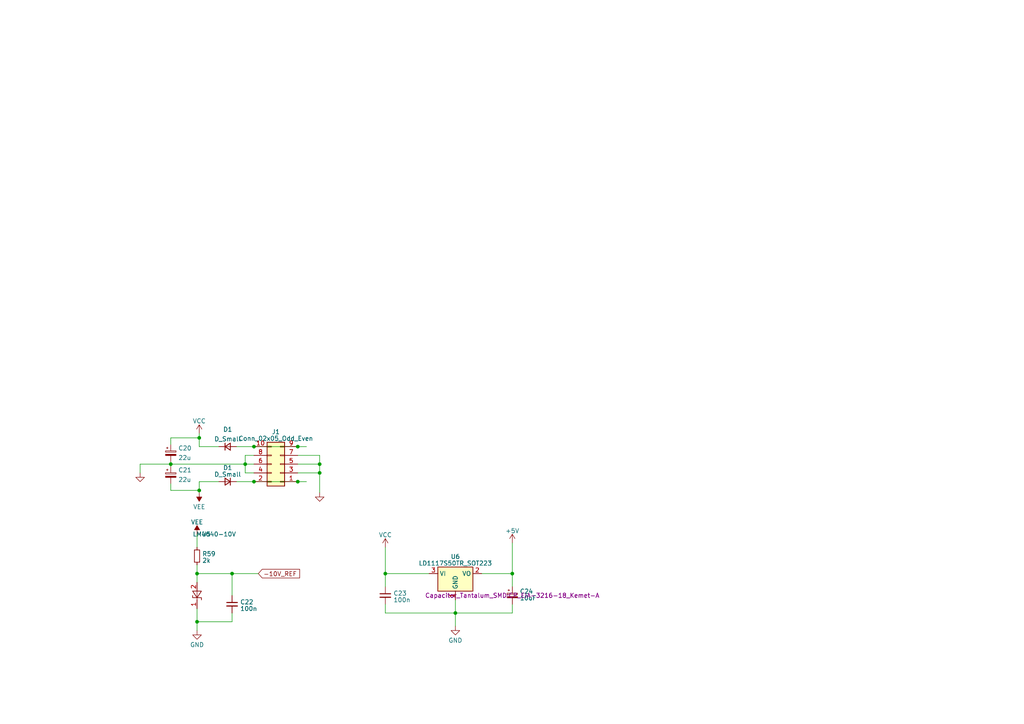
<source format=kicad_sch>
(kicad_sch (version 20230121) (generator eeschema)
  (paper "A4")
  (lib_symbols
    (symbol "Connector_Generic:Conn_02x05_Odd_Even" (pin_names (offset 1.016) hide)
      (property "Reference" "J" (at 1.27 7.62 0))
      (property "Value" "Conn_02x05_Odd_Even" (at 1.27 -7.62 0))
      (symbol "Conn_02x05_Odd_Even_1_1"
        (rectangle (start -1.27 -4.953) (end 0 -5.207) (stroke (width 0.1524)))
        (rectangle (start -1.27 -2.413) (end 0 -2.667) (stroke (width 0.1524)))
        (rectangle (start -1.27 0.127) (end 0 -0.127) (stroke (width 0.1524)))
        (rectangle (start -1.27 2.667) (end 0 2.413) (stroke (width 0.1524)))
        (rectangle (start -1.27 5.207) (end 0 4.953) (stroke (width 0.1524)))
        (rectangle (start -1.27 6.35) (end 3.81 -6.35) (stroke (width 0.254)) (fill (type background)))
        (rectangle (start 3.81 -4.953) (end 2.54 -5.207) (stroke (width 0.1524)))
        (rectangle (start 3.81 -2.413) (end 2.54 -2.667) (stroke (width 0.1524)))
        (rectangle (start 3.81 0.127) (end 2.54 -0.127) (stroke (width 0.1524)))
        (rectangle (start 3.81 2.667) (end 2.54 2.413) (stroke (width 0.1524)))
        (rectangle (start 3.81 5.207) (end 2.54 4.953) (stroke (width 0.1524)))
        (pin passive line (at -5.08 5.08 0) (length 3.81) (name "Pin_1") (number "1"))
        (pin passive line (at 7.62 -5.08 180) (length 3.81) (name "Pin_10") (number "10"))
        (pin passive line (at 7.62 5.08 180) (length 3.81) (name "Pin_2") (number "2"))
        (pin passive line (at -5.08 2.54 0) (length 3.81) (name "Pin_3") (number "3"))
        (pin passive line (at 7.62 2.54 180) (length 3.81) (name "Pin_4") (number "4"))
        (pin passive line (at -5.08 0 0) (length 3.81) (name "Pin_5") (number "5"))
        (pin passive line (at 7.62 0 180) (length 3.81) (name "Pin_6") (number "6"))
        (pin passive line (at -5.08 -2.54 0) (length 3.81) (name "Pin_7") (number "7"))
        (pin passive line (at 7.62 -2.54 180) (length 3.81) (name "Pin_8") (number "8"))
        (pin passive line (at -5.08 -5.08 0) (length 3.81) (name "Pin_9") (number "9"))
      )
    )
    (symbol "Device:C_Polarized_Small" (pin_numbers hide) (pin_names (offset 0.254) hide)
      (property "Reference" "C" (at 0.254 1.778 0))
      (property "Value" "C_Polarized_Small" (at 0.254 -2.032 0))
      (symbol "C_Polarized_Small_0_1"
        (rectangle (start -1.524 -0.3048) (end 1.524 -0.6858) (fill (type outline)))
        (rectangle (start -1.524 0.6858) (end 1.524 0.3048))
        (polyline (pts (xy -1.27 1.524) (xy -0.762 1.524)))
        (polyline (pts (xy -1.016 1.27) (xy -1.016 1.778)))
      )
      (symbol "C_Polarized_Small_1_1"
        (pin passive line (at 0 2.54 270) (length 1.8542) (name "~") (number "1"))
        (pin passive line (at 0 -2.54 90) (length 1.8542) (name "~") (number "2"))
      )
    )
    (symbol "Device:C_Small" (pin_numbers hide) (pin_names (offset 0.254) hide)
      (property "Reference" "C" (at 0.254 1.778 0))
      (property "Value" "C_Small" (at 0.254 -2.032 0))
      (symbol "C_Small_0_1"
        (polyline (pts (xy -1.524 -0.508) (xy 1.524 -0.508)) (stroke (width 0.3302)))
        (polyline (pts (xy -1.524 0.508) (xy 1.524 0.508)) (stroke (width 0.3048)))
      )
      (symbol "C_Small_1_1"
        (pin passive line (at 0 2.54 270) (length 2.032) (name "~") (number "1"))
        (pin passive line (at 0 -2.54 90) (length 2.032) (name "~") (number "2"))
      )
    )
    (symbol "Device:D_Small" (pin_numbers hide) (pin_names (offset 0.254) hide)
      (property "Reference" "D" (at -1.27 2.032 0))
      (property "Value" "D_Small" (at -3.81 -2.032 0))
      (symbol "D_Small_0_1"
        (polyline (pts (xy -0.762 -1.016) (xy -0.762 1.016)) (stroke (width 0.254)))
        (polyline (pts (xy -0.762 0) (xy 0.762 0)))
        (polyline (pts (xy 0.762 -1.016) (xy -0.762 0) (xy 0.762 1.016) (xy 0.762 -1.016)) (stroke (width 0.254)))
      )
      (symbol "D_Small_1_1"
        (pin passive line (at -2.54 0 0) (length 1.778) (name "K") (number "1"))
        (pin passive line (at 2.54 0 180) (length 1.778) (name "A") (number "2"))
      )
    )
    (symbol "Device:R_Small" (pin_numbers hide) (pin_names (offset 0.254) hide)
      (property "Reference" "R" (at 0.762 0.508 0))
      (property "Value" "R_Small" (at 0.762 -1.016 0))
      (symbol "R_Small_0_1"
        (rectangle (start -0.762 1.778) (end 0.762 -1.778) (stroke (width 0.2032)))
      )
      (symbol "R_Small_1_1"
        (pin passive line (at 0 2.54 270) (length 0.762) (name "~") (number "1"))
        (pin passive line (at 0 -2.54 90) (length 0.762) (name "~") (number "2"))
      )
    )
    (symbol "Reference_Voltage:LM4040DCK-2.0" (pin_names (offset 0.0254) hide)
      (property "Reference" "U5" (at -17.78 1.27 90))
      (property "Value" "LM4040-10V" (at -17.78 -1.27 90))
      (symbol "LM4040DCK-2.0_0_1"
        (polyline (pts (xy -1.27 0) (xy 0 0) (xy 1.27 0)))
        (polyline (pts (xy -1.27 -1.27) (xy 0.635 0) (xy -1.27 1.27) (xy -1.27 -1.27)) (stroke (width 0.2032)))
        (polyline (pts (xy 0 -1.27) (xy 0.635 -1.27) (xy 0.635 1.27) (xy 1.27 1.27)) (stroke (width 0.2032)))
      )
      (symbol "LM4040DCK-2.0_1_1"
        (pin passive line (at 3.81 0 180) (length 2.54) (name "K") (number "1"))
        (pin passive line (at -3.81 0 0) (length 2.54) (name "A") (number "2"))
      )
    )
    (symbol "Regulator_Linear:LD1117S50TR_SOT223"
      (property "Reference" "U" (at -3.81 3.175 0))
      (property "Value" "LD1117S50TR_SOT223" (at 0 3.175 0))
      (symbol "LD1117S50TR_SOT223_0_1"
        (rectangle (start -5.08 -5.08) (end 5.08 1.905) (stroke (width 0.254)) (fill (type background)))
      )
      (symbol "LD1117S50TR_SOT223_1_1"
        (pin power_in line (at 0 -7.62 90) (length 2.54) (name "GND") (number "1"))
        (pin power_out line (at 7.62 0 180) (length 2.54) (name "VO") (number "2"))
        (pin power_in line (at -7.62 0 0) (length 2.54) (name "VI") (number "3"))
      )
    )
    (symbol "VEE_1" (power) (pin_names (offset 0))
      (property "Value" "VEE_1" (at 0 3.81 0))
      (symbol "VEE_1_0_1"
        (polyline (pts (xy 0 0) (xy 0 2.54)))
        (polyline (pts (xy 0.762 1.27) (xy -0.762 1.27) (xy 0 2.54) (xy 0.762 1.27)) (fill (type outline)))
      )
      (symbol "VEE_1_1_1"
        (pin power_in line (at 0 0 90) (length 0) hide (name "VEE") (number "1"))
      )
    )
    (symbol "power:+5V" (power) (pin_names (offset 0))
      (property "Value" "+5V" (at 0 3.556 0))
      (symbol "+5V_0_1"
        (polyline (pts (xy -0.762 1.27) (xy 0 2.54)))
        (polyline (pts (xy 0 0) (xy 0 2.54)))
        (polyline (pts (xy 0 2.54) (xy 0.762 1.27)))
      )
      (symbol "+5V_1_1"
        (pin power_in line (at 0 0 90) (length 0) hide (name "+5V") (number "1"))
      )
    )
    (symbol "power:GND" (power) (pin_names (offset 0))
      (property "Value" "GND" (at 0 -3.81 0))
      (symbol "GND_0_1"
        (polyline (pts (xy 0 0) (xy 0 -1.27) (xy 1.27 -1.27) (xy 0 -2.54) (xy -1.27 -1.27) (xy 0 -1.27)))
      )
      (symbol "GND_1_1"
        (pin power_in line (at 0 0 270) (length 0) hide (name "GND") (number "1"))
      )
    )
    (symbol "power:VCC" (power) (pin_names (offset 0))
      (property "Value" "VCC" (at 0 3.81 0))
      (symbol "VCC_0_1"
        (polyline (pts (xy -0.762 1.27) (xy 0 2.54)))
        (polyline (pts (xy 0 0) (xy 0 2.54)))
        (polyline (pts (xy 0 2.54) (xy 0.762 1.27)))
      )
      (symbol "VCC_1_1"
        (pin power_in line (at 0 0 90) (length 0) hide (name "VCC") (number "1"))
      )
    )
  )
  (junction (at 71.12 134.62))
  (junction (at 148.59 166.37))
  (junction (at 111.76 166.37))
  (junction (at 57.785 127))
  (junction (at 49.53 134.62))
  (junction (at 73.66 139.7))
  (junction (at 67.31 166.37))
  (junction (at 86.36 129.54))
  (junction (at 57.785 142.24))
  (junction (at 57.15 180.34))
  (junction (at 57.15 166.37))
  (junction (at 92.71 137.16))
  (junction (at 86.36 139.7))
  (junction (at 132.08 177.8))
  (junction (at 92.71 134.62))
  (junction (at 73.66 129.54))
  (wire (pts (xy 67.31 166.37) (xy 67.31 172.72)))
  (wire (pts (xy 49.53 142.24) (xy 57.785 142.24)))
  (wire (pts (xy 57.15 163.83) (xy 57.15 166.37)))
  (wire (pts (xy 49.53 140.335) (xy 49.53 142.24)))
  (wire (pts (xy 73.66 129.54) (xy 86.36 129.54)))
  (wire (pts (xy 92.71 132.08) (xy 92.71 134.62)))
  (wire (pts (xy 71.12 134.62) (xy 71.12 137.16)))
  (wire (pts (xy 63.5 129.54) (xy 57.785 129.54)))
  (wire (pts (xy 57.15 166.37) (xy 67.31 166.37)))
  (wire (pts (xy 86.36 137.16) (xy 92.71 137.16)))
  (wire (pts (xy 132.08 177.8) (xy 148.59 177.8)))
  (wire (pts (xy 71.12 132.08) (xy 71.12 134.62)))
  (wire (pts (xy 86.36 139.7) (xy 88.9 139.7)))
  (wire (pts (xy 57.785 127) (xy 57.785 129.54)))
  (wire (pts (xy 111.76 166.37) (xy 111.76 170.18)))
  (wire (pts (xy 71.12 134.62) (xy 49.53 134.62)))
  (wire (pts (xy 68.58 139.7) (xy 73.66 139.7)))
  (wire (pts (xy 63.5 139.7) (xy 57.785 139.7)))
  (wire (pts (xy 148.59 175.26) (xy 148.59 177.8)))
  (wire (pts (xy 71.12 132.08) (xy 73.66 132.08)))
  (wire (pts (xy 92.71 137.16) (xy 92.71 142.875)))
  (wire (pts (xy 57.15 166.37) (xy 57.15 168.91)))
  (wire (pts (xy 49.53 134.62) (xy 49.53 133.985)))
  (wire (pts (xy 57.15 176.53) (xy 57.15 180.34)))
  (wire (pts (xy 92.71 134.62) (xy 92.71 137.16)))
  (wire (pts (xy 111.76 158.75) (xy 111.76 166.37)))
  (wire (pts (xy 68.58 129.54) (xy 73.66 129.54)))
  (wire (pts (xy 57.785 142.24) (xy 57.785 142.875)))
  (wire (pts (xy 111.76 175.26) (xy 111.76 177.8)))
  (wire (pts (xy 124.46 166.37) (xy 111.76 166.37)))
  (wire (pts (xy 86.36 134.62) (xy 92.71 134.62)))
  (wire (pts (xy 49.53 134.62) (xy 40.64 134.62)))
  (wire (pts (xy 40.64 134.62) (xy 40.64 137.16)))
  (wire (pts (xy 148.59 157.48) (xy 148.59 166.37)))
  (wire (pts (xy 71.12 137.16) (xy 73.66 137.16)))
  (wire (pts (xy 139.7 166.37) (xy 148.59 166.37)))
  (wire (pts (xy 67.31 177.8) (xy 67.31 180.34)))
  (wire (pts (xy 71.12 134.62) (xy 73.66 134.62)))
  (wire (pts (xy 148.59 166.37) (xy 148.59 170.18)))
  (wire (pts (xy 57.15 180.34) (xy 67.31 180.34)))
  (wire (pts (xy 57.785 125.73) (xy 57.785 127)))
  (wire (pts (xy 57.15 180.34) (xy 57.15 182.88)))
  (wire (pts (xy 49.53 127) (xy 57.785 127)))
  (wire (pts (xy 74.93 166.37) (xy 67.31 166.37)))
  (wire (pts (xy 49.53 128.905) (xy 49.53 127)))
  (wire (pts (xy 86.36 129.54) (xy 88.9 129.54)))
  (wire (pts (xy 86.36 132.08) (xy 92.71 132.08)))
  (wire (pts (xy 49.53 134.62) (xy 49.53 135.255)))
  (wire (pts (xy 73.66 139.7) (xy 86.36 139.7)))
  (wire (pts (xy 57.15 154.94) (xy 57.15 158.75)))
  (wire (pts (xy 57.785 139.7) (xy 57.785 142.24)))
  (wire (pts (xy 111.76 177.8) (xy 132.08 177.8)))
  (wire (pts (xy 132.08 173.99) (xy 132.08 177.8)))
  (wire (pts (xy 132.08 177.8) (xy 132.08 181.61)))
  (global_label "-10V_REF" (shape input) (at 74.93 166.37 0) (property "Intersheetrefs" "${INTERSHEET_REFS}" (effects hide)))
  (symbol (lib_id "Device:C_Polarized_Small") (at 148.59 172.72 0) (unit 1)
    (property "Reference" "C24" (at 150.749 171.5302 0) (effects (justify left)))
    (property "Value" "10uF" (at 150.749 173.4512 0) (effects (justify left)))
    (property "Footprint" "Capacitor_Tantalum_SMD:CP_EIA-3216-18_Kemet-A" (at 148.59 172.72 0))
  )
  (symbol (lib_id "Device:C_Small") (at 111.76 172.72 0) (unit 1)
    (property "Reference" "C23" (at 114.0841 172.0826 0) (effects (justify left)))
    (property "Value" "100n" (at 114.0841 174.0036 0) (effects (justify left)))
    (property "Footprint" "Capacitor_SMD:C_0603_1608Metric" (effects hide))
    (property "LCSC#" "C14663" (effects hide))
    (instances (project "audrey-ii-simple_electronics" (path "" (reference "C23") (unit 1))) (project "daisy_dev" (path "" (reference "C3") (unit 1)) (path "" (reference "C4") (unit 1)) (path "" (reference "C4") (unit 1))))
  )
  (symbol (lib_id "power:VCC") (at 57.785 125.73 0) (unit 1)
    (property "Reference" "#PWR0134" (effects hide))
    (property "Value" "VCC" (at 57.785 122.1255 0))
    (instances (project "clock_divider" (path "" (reference "#PWR0134") (unit 1))) (project "audrey-ii-simple_electronics" (path "" (reference "#PWR036") (unit 1))) (project "shuffle" (path "" (reference "#PWR052") (unit 1))) (project "daisy_dev" (path "" (reference "#PWR010") (unit 1)) (path "" (reference "#PWR010") (unit 1))) (project "elements_clone" (path "" (reference "#PWR068") (unit 1))) (project "power" (path "" (reference "#PWR0134") (unit 1))))
  )
  (symbol (lib_id "power:VCC") (at 111.76 158.75 0) (unit 1)
    (property "Reference" "#PWR0134" (effects hide))
    (property "Value" "VCC" (at 111.76 155.1455 0))
    (instances (project "clock_divider" (path "" (reference "#PWR0134") (unit 1))) (project "audrey-ii-simple_electronics" (path "" (reference "#PWR039") (unit 1))) (project "shuffle" (path "" (reference "#PWR052") (unit 1))) (project "daisy_dev" (path "" (reference "#PWR010") (unit 1)) (path "" (reference "#PWR056") (unit 1))) (project "elements_clone" (path "" (reference "#PWR068") (unit 1))) (project "power" (path "" (reference "#PWR0134") (unit 1))))
  )
  (symbol (lib_id "Device:C_Polarized_Small") (at 49.53 137.795 0) (unit 1)
    (property "Reference" "C21" (at 51.689 136.3404 0) (effects (justify left)))
    (property "Value" "22u" (at 51.689 139.1155 0) (effects (justify left)))
    (property "Footprint" "Capacitor_Tantalum_SMD:CP_EIA-3216-18_Kemet-A" (effects hide))
    (property "LCSC#" "C782264" (effects hide))
    (instances (project "audrey-ii-simple_electronics" (path "" (reference "C21") (unit 1))) (project "daisy_dev" (path "" (reference "C22") (unit 1)) (path "" (reference "C22") (unit 1))) (project "elements_clone" (path "" (reference "C47") (unit 1))) (project "power" (path "" (reference "C47") (unit 1))))
  )
  (symbol (lib_id "power:GND") (at 57.15 182.88 0) (unit 1)
    (property "Reference" "#PWR041" (effects hide))
    (property "Value" "GND" (at 57.15 187.0155 0))
    (instances (project "audrey-ii-simple_electronics" (path "" (reference "#PWR041") (unit 1))) (project "daisy_dev" (path "" (reference "#PWR03") (unit 1)) (path "" (reference "#PWR021") (unit 1)) (path "" (reference "#PWR020") (unit 1))))
  )
  (symbol (lib_id "Reference_Voltage:LM4040DCK-2.0") (at 57.15 172.72 270) (unit 1)
    (property "Reference" "U5" (at 58.42 154.94 90) (effects (justify left)))
    (property "Value" "LM4040-10V" (at 55.88 154.94 90) (effects (justify left)))
    (property "Footprint" "Package_TO_SOT_SMD:SOT-23-3" (effects hide))
    (property "Datasheet" "http://www.ti.com/lit/ds/symlink/lm4040-n.pdf" (effects hide))
    (property "LCSC#" "C701887" (effects hide))
    (instances (project "audrey-ii-simple_electronics" (path "" (reference "U5") (unit 1))) (project "daisy_dev" (path "" (reference "U3") (unit 1)) (path "" (reference "U3") (unit 1))))
  )
  (symbol (lib_id "power:GND") (at 92.71 142.875 0) (unit 1)
    (property "Reference" "#PWR0135" (effects hide))
    (property "Value" "GND" (effects hide))
    (instances (project "clock_divider" (path "" (reference "#PWR0135") (unit 1))) (project "audrey-ii-simple_electronics" (path "" (reference "#PWR038") (unit 1))) (project "shuffle" (path "" (reference "#PWR054") (unit 1))) (project "daisy_dev" (path "" (reference "#PWR012") (unit 1)) (path "" (reference "#PWR012") (unit 1))) (project "elements_clone" (path "" (reference "#PWR0129") (unit 1))) (project "power" (path "" (reference "#PWR0135") (unit 1))))
  )
  (symbol (lib_id "Connector_Generic:Conn_02x05_Odd_Even") (at 81.28 134.62 180) (unit 1)
    (property "Reference" "J1" (at 80.01 125.2601 0))
    (property "Value" "Conn_02x05_Odd_Even" (at 80.01 127.1811 0))
    (property "Footprint" "Connector_IDC:IDC-Header_2x05_P2.54mm_Vertical" (effects hide))
    (instances (project "clock_divider" (path "" (reference "J1") (unit 1))) (project "audrey-ii-simple_electronics" (path "" (reference "J15") (unit 1))) (project "shuffle" (path "" (reference "J13") (unit 1))) (project "daisy_dev" (path "" (reference "J3") (unit 1)) (path "" (reference "J3") (unit 1))) (project "elements_clone" (path "" (reference "JP13") (unit 1))) (project "power" (path "" (reference "J1") (unit 1))))
  )
  (symbol (lib_name "VEE_1") (lib_id "power:VEE") (at 57.15 154.94 0) (unit 1)
    (property "Reference" "#PWR040" (effects hide))
    (property "Value" "VEE" (at 57.15 151.4381 0))
    (instances (project "audrey-ii-simple_electronics" (path "" (reference "#PWR040") (unit 1))) (project "daisy_dev" (path "" (reference "#PWR011") (unit 1)) (path "" (reference "#PWR057") (unit 1))) (project "elements_clone" (path "" (reference "#PWR0109") (unit 1))) (project "power" (path "" (reference "#PWR0109") (unit 1))))
  )
  (symbol (lib_id "power:+5V") (at 148.59 157.48 0) (unit 1)
    (property "Reference" "#PWR043" (effects hide))
    (property "Value" "+5V" (at 148.59 153.9781 0))
    (instances (project "audrey-ii-simple_electronics" (path "" (reference "#PWR043") (unit 1))) (project "daisy_dev" (path "" (reference "#PWR017") (unit 1))))
  )
  (symbol (lib_id "Regulator_Linear:LD1117S50TR_SOT223") (at 132.08 166.37 0) (unit 1)
    (property "Reference" "U6" (at 132.08 161.4551 0))
    (property "Value" "LD1117S50TR_SOT223" (at 132.08 163.3761 0))
    (property "Footprint" "Package_TO_SOT_SMD:SOT-223-3_TabPin2" (effects hide))
    (property "Datasheet" "http://www.st.com/st-web-ui/static/active/en/resource/technical/document/datasheet/CD00000544.pdf" (effects hide))
    (property "LCSC#" "C134077" (effects hide))
  )
  (symbol (lib_id "power:GND") (at 40.64 137.16 0) (unit 1)
    (property "Reference" "#PWR0135" (effects hide))
    (property "Value" "GND" (effects hide))
    (instances (project "clock_divider" (path "" (reference "#PWR0135") (unit 1))) (project "audrey-ii-simple_electronics" (path "" (reference "#PWR035") (unit 1))) (project "shuffle" (path "" (reference "#PWR054") (unit 1))) (project "daisy_dev" (path "" (reference "#PWR012") (unit 1)) (path "" (reference "#PWR021") (unit 1))) (project "elements_clone" (path "" (reference "#PWR0129") (unit 1))) (project "power" (path "" (reference "#PWR0135") (unit 1))))
  )
  (symbol (lib_id "power:GND") (at 132.08 181.61 0) (unit 1)
    (property "Reference" "#PWR042" (effects hide))
    (property "Value" "GND" (at 132.08 185.7455 0))
    (instances (project "audrey-ii-simple_electronics" (path "" (reference "#PWR042") (unit 1))) (project "daisy_dev" (path "" (reference "#PWR03") (unit 1)) (path "" (reference "#PWR021") (unit 1)) (path "" (reference "#PWR059") (unit 1))))
  )
  (symbol (lib_name "VEE_1") (lib_id "power:VEE") (at 57.785 142.875 180) (unit 1)
    (property "Reference" "#PWR037" (effects hide))
    (property "Value" "VEE" (at 57.785 147.0105 0))
    (instances (project "audrey-ii-simple_electronics" (path "" (reference "#PWR037") (unit 1))) (project "daisy_dev" (path "" (reference "#PWR011") (unit 1)) (path "" (reference "#PWR011") (unit 1))) (project "elements_clone" (path "" (reference "#PWR0109") (unit 1))) (project "power" (path "" (reference "#PWR0109") (unit 1))))
  )
  (symbol (lib_id "Device:D_Small") (at 66.04 129.54 0) (unit 1)
    (property "Reference" "D1" (at 66.04 124.5575 0))
    (property "Value" "D_Small" (at 66.04 127.3326 0))
    (property "Footprint" "Diode_SMD:D_SMA" (effects hide))
    (property "LCSC#" "C22452" (effects hide))
    (instances (project "clock_divider" (path "" (reference "D1") (unit 1))) (project "audrey-ii-simple_electronics" (path "" (reference "D1") (unit 1))) (project "shuffle" (path "" (reference "D9") (unit 1))) (project "daisy_dev" (path "" (reference "D1") (unit 1)) (path "" (reference "D1") (unit 1))) (project "elements_clone" (path "" (reference "D4") (unit 1))) (project "power" (path "" (reference "D1") (unit 1))))
  )
  (symbol (lib_id "Device:C_Small") (at 67.31 175.26 0) (unit 1)
    (property "Reference" "C22" (at 69.6341 174.6226 0) (effects (justify left)))
    (property "Value" "100n" (at 69.6341 176.5436 0) (effects (justify left)))
    (property "Footprint" "Capacitor_SMD:C_0603_1608Metric" (effects hide))
    (property "LCSC#" "C14663" (effects hide))
    (instances (project "audrey-ii-simple_electronics" (path "" (reference "C22") (unit 1))) (project "daisy_dev" (path "" (reference "C3") (unit 1)) (path "" (reference "C4") (unit 1)) (path "" (reference "C4") (unit 1))))
  )
  (symbol (lib_id "Device:C_Polarized_Small") (at 49.53 131.445 0) (unit 1)
    (property "Reference" "C20" (at 51.689 129.9904 0) (effects (justify left)))
    (property "Value" "22u" (at 51.689 132.7655 0) (effects (justify left)))
    (property "Footprint" "Capacitor_Tantalum_SMD:CP_EIA-3216-18_Kemet-A" (effects hide))
    (property "LCSC#" "C782264" (effects hide))
    (instances (project "audrey-ii-simple_electronics" (path "" (reference "C20") (unit 1))) (project "daisy_dev" (path "" (reference "C21") (unit 1)) (path "" (reference "C21") (unit 1))) (project "elements_clone" (path "" (reference "C46") (unit 1))) (project "power" (path "" (reference "C46") (unit 1))))
  )
  (symbol (lib_id "Device:R_Small") (at 57.15 161.29 180) (unit 1)
    (property "Reference" "R59" (at 58.6486 160.6463 0) (effects (justify right)))
    (property "Value" "2k" (at 58.6486 162.5673 0) (effects (justify right)))
    (property "Footprint" "Resistor_SMD:R_0603_1608Metric" (effects hide))
    (property "LCSC#" "C22975" (effects hide))
    (instances (project "audrey-ii-simple_electronics" (path "" (reference "R59") (unit 1))) (project "daisy_dev" (path "" (reference "R20") (unit 1)) (path "" (reference "R24") (unit 1)) (path "" (reference "R16") (unit 1))))
  )
  (symbol (lib_id "Device:D_Small") (at 66.04 139.7 180) (unit 1)
    (property "Reference" "D1" (at 66.04 135.6741 0))
    (property "Value" "D_Small" (at 66.04 137.5951 0))
    (property "Footprint" "Diode_SMD:D_SMA" (effects hide))
    (property "LCSC#" "C22452" (effects hide))
    (instances (project "clock_divider" (path "" (reference "D1") (unit 1))) (project "audrey-ii-simple_electronics" (path "" (reference "D2") (unit 1))) (project "shuffle" (path "" (reference "D9") (unit 1))) (project "daisy_dev" (path "" (reference "D2") (unit 1)) (path "" (reference "D2") (unit 1))) (project "elements_clone" (path "" (reference "D5") (unit 1))) (project "power" (path "" (reference "D1") (unit 1))))
  )
)
</source>
